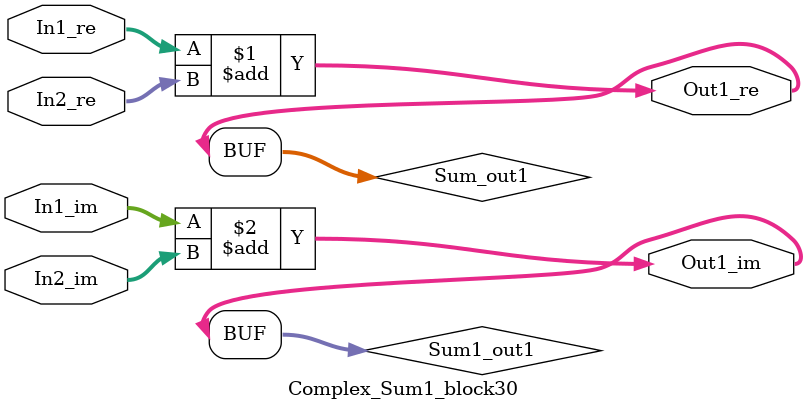
<source format=v>



`timescale 1 ns / 1 ns

module Complex_Sum1_block30
          (In1_re,
           In1_im,
           In2_re,
           In2_im,
           Out1_re,
           Out1_im);


  input   signed [36:0] In1_re;  // sfix37_En22
  input   signed [36:0] In1_im;  // sfix37_En22
  input   signed [36:0] In2_re;  // sfix37_En22
  input   signed [36:0] In2_im;  // sfix37_En22
  output  signed [36:0] Out1_re;  // sfix37_En22
  output  signed [36:0] Out1_im;  // sfix37_En22


  wire signed [36:0] Sum_out1;  // sfix37_En22
  wire signed [36:0] Sum1_out1;  // sfix37_En22


  assign Sum_out1 = In1_re + In2_re;



  assign Out1_re = Sum_out1;

  assign Sum1_out1 = In1_im + In2_im;



  assign Out1_im = Sum1_out1;

endmodule  // Complex_Sum1_block30


</source>
